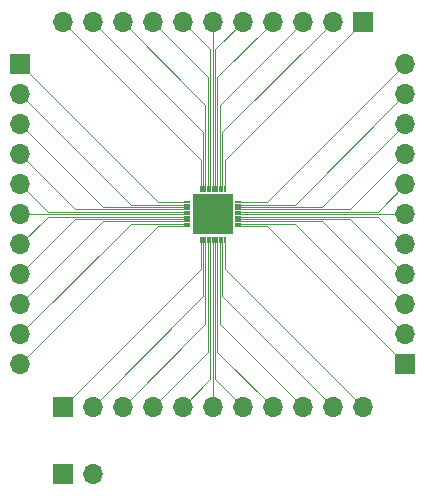
<source format=gbr>
%TF.GenerationSoftware,KiCad,Pcbnew,8.0.8*%
%TF.CreationDate,2025-02-10T18:58:52+09:00*%
%TF.ProjectId,OpenMPW-TR10,4f70656e-4d50-4572-9d54-5231302e6b69,rev?*%
%TF.SameCoordinates,Original*%
%TF.FileFunction,Copper,L1,Top*%
%TF.FilePolarity,Positive*%
%FSLAX46Y46*%
G04 Gerber Fmt 4.6, Leading zero omitted, Abs format (unit mm)*
G04 Created by KiCad (PCBNEW 8.0.8) date 2025-02-10 18:58:52*
%MOMM*%
%LPD*%
G01*
G04 APERTURE LIST*
%TA.AperFunction,SMDPad,CuDef*%
%ADD10O,0.101600X0.648400*%
%TD*%
%TA.AperFunction,SMDPad,CuDef*%
%ADD11O,0.648400X0.101600*%
%TD*%
%TA.AperFunction,SMDPad,CuDef*%
%ADD12R,3.500000X3.500000*%
%TD*%
%TA.AperFunction,ComponentPad*%
%ADD13R,1.700000X1.700000*%
%TD*%
%TA.AperFunction,ComponentPad*%
%ADD14O,1.700000X1.700000*%
%TD*%
%TA.AperFunction,ViaPad*%
%ADD15C,0.600000*%
%TD*%
%TA.AperFunction,Conductor*%
%ADD16C,0.101600*%
%TD*%
G04 APERTURE END LIST*
D10*
%TO.P,U1,1*%
%TO.N,Net-(J1-Pin_1)*%
X148984000Y-102175800D03*
%TO.P,U1,2*%
%TO.N,Net-(J1-Pin_2)*%
X149187200Y-102175800D03*
%TO.P,U1,3*%
%TO.N,Net-(J1-Pin_3)*%
X149390400Y-102175800D03*
%TO.P,U1,4*%
%TO.N,Net-(J1-Pin_4)*%
X149593600Y-102175800D03*
%TO.P,U1,5*%
%TO.N,Net-(J1-Pin_5)*%
X149796800Y-102175800D03*
%TO.P,U1,6*%
%TO.N,Net-(J1-Pin_6)*%
X150000000Y-102175800D03*
%TO.P,U1,7*%
%TO.N,Net-(J1-Pin_7)*%
X150203200Y-102175800D03*
%TO.P,U1,8*%
%TO.N,Net-(J1-Pin_8)*%
X150406400Y-102175800D03*
%TO.P,U1,9*%
%TO.N,Net-(J1-Pin_9)*%
X150609600Y-102175800D03*
%TO.P,U1,10*%
%TO.N,Net-(J1-Pin_10)*%
X150812800Y-102175800D03*
%TO.P,U1,11*%
%TO.N,Net-(J1-Pin_11)*%
X151016000Y-102175800D03*
D11*
%TO.P,U1,12*%
%TO.N,Net-(J2-Pin_1)*%
X152175800Y-101016000D03*
%TO.P,U1,13*%
%TO.N,Net-(J2-Pin_2)*%
X152175800Y-100812800D03*
%TO.P,U1,14*%
%TO.N,Net-(J2-Pin_3)*%
X152175800Y-100609600D03*
%TO.P,U1,15*%
%TO.N,Net-(J2-Pin_4)*%
X152175800Y-100406400D03*
%TO.P,U1,16*%
%TO.N,Net-(J2-Pin_5)*%
X152175800Y-100203200D03*
%TO.P,U1,17*%
%TO.N,Net-(J2-Pin_6)*%
X152175800Y-100000000D03*
%TO.P,U1,18*%
%TO.N,Net-(J2-Pin_7)*%
X152175800Y-99796800D03*
%TO.P,U1,19*%
%TO.N,Net-(J2-Pin_8)*%
X152175800Y-99593600D03*
%TO.P,U1,20*%
%TO.N,Net-(J2-Pin_9)*%
X152175800Y-99390400D03*
%TO.P,U1,21*%
%TO.N,Net-(J2-Pin_10)*%
X152175800Y-99187200D03*
%TO.P,U1,22*%
%TO.N,Net-(J2-Pin_11)*%
X152175800Y-98984000D03*
D10*
%TO.P,U1,23*%
%TO.N,Net-(J3-Pin_1)*%
X151016000Y-97824200D03*
%TO.P,U1,24*%
%TO.N,Net-(J3-Pin_2)*%
X150812800Y-97824200D03*
%TO.P,U1,25*%
%TO.N,Net-(J3-Pin_3)*%
X150609600Y-97824200D03*
%TO.P,U1,26*%
%TO.N,Net-(J3-Pin_4)*%
X150406400Y-97824200D03*
%TO.P,U1,27*%
%TO.N,Net-(J3-Pin_5)*%
X150203200Y-97824200D03*
%TO.P,U1,28*%
%TO.N,Net-(J3-Pin_6)*%
X150000000Y-97824200D03*
%TO.P,U1,29*%
%TO.N,Net-(J3-Pin_7)*%
X149796800Y-97824200D03*
%TO.P,U1,30*%
%TO.N,Net-(J3-Pin_8)*%
X149593600Y-97824200D03*
%TO.P,U1,31*%
%TO.N,Net-(J3-Pin_9)*%
X149390400Y-97824200D03*
%TO.P,U1,32*%
%TO.N,Net-(J3-Pin_10)*%
X149187200Y-97824200D03*
%TO.P,U1,33*%
%TO.N,Net-(J3-Pin_11)*%
X148984000Y-97824200D03*
D11*
%TO.P,U1,34*%
%TO.N,Net-(J4-Pin_1)*%
X147824200Y-98984000D03*
%TO.P,U1,35*%
%TO.N,Net-(J4-Pin_2)*%
X147824200Y-99187200D03*
%TO.P,U1,36*%
%TO.N,Net-(J4-Pin_3)*%
X147824200Y-99390400D03*
%TO.P,U1,37*%
%TO.N,Net-(J4-Pin_4)*%
X147824200Y-99593600D03*
%TO.P,U1,38*%
%TO.N,Net-(J4-Pin_5)*%
X147824200Y-99796800D03*
%TO.P,U1,39*%
%TO.N,Net-(J4-Pin_6)*%
X147824200Y-100000000D03*
%TO.P,U1,40*%
%TO.N,Net-(J4-Pin_7)*%
X147824200Y-100203200D03*
%TO.P,U1,41*%
%TO.N,Net-(J4-Pin_8)*%
X147824200Y-100406400D03*
%TO.P,U1,42*%
%TO.N,Net-(J4-Pin_9)*%
X147824200Y-100609600D03*
%TO.P,U1,43*%
%TO.N,Net-(J4-Pin_10)*%
X147824200Y-100812800D03*
%TO.P,U1,44*%
%TO.N,Net-(J4-Pin_11)*%
X147824200Y-101016000D03*
D12*
%TO.P,U1,45*%
%TO.N,Net-(J5-Pin_1)*%
X150000000Y-100000000D03*
%TD*%
D13*
%TO.P,J5,1,Pin_1*%
%TO.N,Net-(J5-Pin_1)*%
X137300000Y-122000000D03*
D14*
%TO.P,J5,2,Pin_2*%
X139840000Y-122000000D03*
%TD*%
D13*
%TO.P,J4,1,Pin_1*%
%TO.N,Net-(J4-Pin_1)*%
X133700000Y-87300000D03*
D14*
%TO.P,J4,2,Pin_2*%
%TO.N,Net-(J4-Pin_2)*%
X133700000Y-89840000D03*
%TO.P,J4,3,Pin_3*%
%TO.N,Net-(J4-Pin_3)*%
X133700000Y-92380000D03*
%TO.P,J4,4,Pin_4*%
%TO.N,Net-(J4-Pin_4)*%
X133700000Y-94920000D03*
%TO.P,J4,5,Pin_5*%
%TO.N,Net-(J4-Pin_5)*%
X133700000Y-97460000D03*
%TO.P,J4,6,Pin_6*%
%TO.N,Net-(J4-Pin_6)*%
X133700000Y-100000000D03*
%TO.P,J4,7,Pin_7*%
%TO.N,Net-(J4-Pin_7)*%
X133700000Y-102540000D03*
%TO.P,J4,8,Pin_8*%
%TO.N,Net-(J4-Pin_8)*%
X133700000Y-105080000D03*
%TO.P,J4,9,Pin_9*%
%TO.N,Net-(J4-Pin_9)*%
X133700000Y-107620000D03*
%TO.P,J4,10,Pin_10*%
%TO.N,Net-(J4-Pin_10)*%
X133700000Y-110160000D03*
%TO.P,J4,11,Pin_11*%
%TO.N,Net-(J4-Pin_11)*%
X133700000Y-112700000D03*
%TD*%
D13*
%TO.P,J2,1,Pin_1*%
%TO.N,Net-(J2-Pin_1)*%
X166300000Y-112700000D03*
D14*
%TO.P,J2,2,Pin_2*%
%TO.N,Net-(J2-Pin_2)*%
X166300000Y-110160000D03*
%TO.P,J2,3,Pin_3*%
%TO.N,Net-(J2-Pin_3)*%
X166300000Y-107620000D03*
%TO.P,J2,4,Pin_4*%
%TO.N,Net-(J2-Pin_4)*%
X166300000Y-105080000D03*
%TO.P,J2,5,Pin_5*%
%TO.N,Net-(J2-Pin_5)*%
X166300000Y-102540000D03*
%TO.P,J2,6,Pin_6*%
%TO.N,Net-(J2-Pin_6)*%
X166300000Y-100000000D03*
%TO.P,J2,7,Pin_7*%
%TO.N,Net-(J2-Pin_7)*%
X166300000Y-97460000D03*
%TO.P,J2,8,Pin_8*%
%TO.N,Net-(J2-Pin_8)*%
X166300000Y-94920000D03*
%TO.P,J2,9,Pin_9*%
%TO.N,Net-(J2-Pin_9)*%
X166300000Y-92380000D03*
%TO.P,J2,10,Pin_10*%
%TO.N,Net-(J2-Pin_10)*%
X166300000Y-89840000D03*
%TO.P,J2,11,Pin_11*%
%TO.N,Net-(J2-Pin_11)*%
X166300000Y-87300000D03*
%TD*%
D13*
%TO.P,J3,1,Pin_1*%
%TO.N,Net-(J3-Pin_1)*%
X162700000Y-83700000D03*
D14*
%TO.P,J3,2,Pin_2*%
%TO.N,Net-(J3-Pin_2)*%
X160160000Y-83700000D03*
%TO.P,J3,3,Pin_3*%
%TO.N,Net-(J3-Pin_3)*%
X157620000Y-83700000D03*
%TO.P,J3,4,Pin_4*%
%TO.N,Net-(J3-Pin_4)*%
X155080000Y-83700000D03*
%TO.P,J3,5,Pin_5*%
%TO.N,Net-(J3-Pin_5)*%
X152540000Y-83700000D03*
%TO.P,J3,6,Pin_6*%
%TO.N,Net-(J3-Pin_6)*%
X150000000Y-83700000D03*
%TO.P,J3,7,Pin_7*%
%TO.N,Net-(J3-Pin_7)*%
X147460000Y-83700000D03*
%TO.P,J3,8,Pin_8*%
%TO.N,Net-(J3-Pin_8)*%
X144920000Y-83700000D03*
%TO.P,J3,9,Pin_9*%
%TO.N,Net-(J3-Pin_9)*%
X142380000Y-83700000D03*
%TO.P,J3,10,Pin_10*%
%TO.N,Net-(J3-Pin_10)*%
X139840000Y-83700000D03*
%TO.P,J3,11,Pin_11*%
%TO.N,Net-(J3-Pin_11)*%
X137300000Y-83700000D03*
%TD*%
D13*
%TO.P,J1,1,Pin_1*%
%TO.N,Net-(J1-Pin_1)*%
X137300000Y-116300000D03*
D14*
%TO.P,J1,2,Pin_2*%
%TO.N,Net-(J1-Pin_2)*%
X139840000Y-116300000D03*
%TO.P,J1,3,Pin_3*%
%TO.N,Net-(J1-Pin_3)*%
X142380000Y-116300000D03*
%TO.P,J1,4,Pin_4*%
%TO.N,Net-(J1-Pin_4)*%
X144920000Y-116300000D03*
%TO.P,J1,5,Pin_5*%
%TO.N,Net-(J1-Pin_5)*%
X147460000Y-116300000D03*
%TO.P,J1,6,Pin_6*%
%TO.N,Net-(J1-Pin_6)*%
X150000000Y-116300000D03*
%TO.P,J1,7,Pin_7*%
%TO.N,Net-(J1-Pin_7)*%
X152540000Y-116300000D03*
%TO.P,J1,8,Pin_8*%
%TO.N,Net-(J1-Pin_8)*%
X155080000Y-116300000D03*
%TO.P,J1,9,Pin_9*%
%TO.N,Net-(J1-Pin_9)*%
X157620000Y-116300000D03*
%TO.P,J1,10,Pin_10*%
%TO.N,Net-(J1-Pin_10)*%
X160160000Y-116300000D03*
%TO.P,J1,11,Pin_11*%
%TO.N,Net-(J1-Pin_11)*%
X162700000Y-116300000D03*
%TD*%
D15*
%TO.N,Net-(J5-Pin_1)*%
X150000000Y-100000000D03*
%TD*%
D16*
%TO.N,Net-(J4-Pin_11)*%
X145384000Y-101016000D02*
X133700000Y-112700000D01*
X147824200Y-101016000D02*
X145384000Y-101016000D01*
%TO.N,Net-(J4-Pin_10)*%
X143047200Y-100812800D02*
X133700000Y-110160000D01*
X147824200Y-100812800D02*
X143047200Y-100812800D01*
%TO.N,Net-(J4-Pin_9)*%
X147824200Y-100609600D02*
X140710400Y-100609600D01*
X140710400Y-100609600D02*
X133700000Y-107620000D01*
%TO.N,Net-(J4-Pin_8)*%
X147824200Y-100406400D02*
X138373600Y-100406400D01*
X138373600Y-100406400D02*
X133700000Y-105080000D01*
%TO.N,Net-(J4-Pin_7)*%
X136036800Y-100203200D02*
X133700000Y-102540000D01*
X147824200Y-100203200D02*
X136036800Y-100203200D01*
%TO.N,Net-(J4-Pin_6)*%
X147824200Y-100000000D02*
X133700000Y-100000000D01*
%TO.N,Net-(J4-Pin_5)*%
X136036800Y-99796800D02*
X133700000Y-97460000D01*
X147824200Y-99796800D02*
X136036800Y-99796800D01*
%TO.N,Net-(J4-Pin_4)*%
X138373600Y-99593600D02*
X133700000Y-94920000D01*
X147824200Y-99593600D02*
X138373600Y-99593600D01*
%TO.N,Net-(J4-Pin_3)*%
X140710400Y-99390400D02*
X133700000Y-92380000D01*
X147824200Y-99390400D02*
X140710400Y-99390400D01*
%TO.N,Net-(J4-Pin_2)*%
X143047200Y-99187200D02*
X133700000Y-89840000D01*
X147824200Y-99187200D02*
X143047200Y-99187200D01*
%TO.N,Net-(J4-Pin_1)*%
X145384000Y-98984000D02*
X133700000Y-87300000D01*
X147824200Y-98984000D02*
X145384000Y-98984000D01*
%TO.N,Net-(J3-Pin_11)*%
X148984000Y-95384000D02*
X137300000Y-83700000D01*
X148984000Y-97824200D02*
X148984000Y-95384000D01*
%TO.N,Net-(J3-Pin_10)*%
X149187200Y-93047200D02*
X139840000Y-83700000D01*
X149187200Y-97824200D02*
X149187200Y-93047200D01*
%TO.N,Net-(J3-Pin_9)*%
X149390400Y-90710400D02*
X142380000Y-83700000D01*
X149390400Y-97824200D02*
X149390400Y-90710400D01*
%TO.N,Net-(J3-Pin_8)*%
X149593600Y-88373600D02*
X144920000Y-83700000D01*
X149593600Y-97824200D02*
X149593600Y-88373600D01*
%TO.N,Net-(J3-Pin_7)*%
X149796800Y-97824200D02*
X149796800Y-86036800D01*
X149796800Y-86036800D02*
X147460000Y-83700000D01*
%TO.N,Net-(J3-Pin_6)*%
X150000000Y-97824200D02*
X150000000Y-83700000D01*
%TO.N,Net-(J3-Pin_5)*%
X150203200Y-86036800D02*
X152540000Y-83700000D01*
X150203200Y-97824200D02*
X150203200Y-86036800D01*
%TO.N,Net-(J3-Pin_4)*%
X150406400Y-88373600D02*
X155080000Y-83700000D01*
X150406400Y-97824200D02*
X150406400Y-88373600D01*
%TO.N,Net-(J3-Pin_3)*%
X150609600Y-90710400D02*
X157620000Y-83700000D01*
X150609600Y-97824200D02*
X150609600Y-90710400D01*
%TO.N,Net-(J3-Pin_2)*%
X150812800Y-93047200D02*
X160160000Y-83700000D01*
X150812800Y-97824200D02*
X150812800Y-93047200D01*
%TO.N,Net-(J3-Pin_1)*%
X151016000Y-95384000D02*
X162700000Y-83700000D01*
X151016000Y-97824200D02*
X151016000Y-95384000D01*
%TO.N,Net-(J2-Pin_11)*%
X154616000Y-98984000D02*
X166300000Y-87300000D01*
X152175800Y-98984000D02*
X154616000Y-98984000D01*
%TO.N,Net-(J2-Pin_10)*%
X156952800Y-99187200D02*
X166300000Y-89840000D01*
X152175800Y-99187200D02*
X156952800Y-99187200D01*
%TO.N,Net-(J2-Pin_9)*%
X152175800Y-99390400D02*
X159289600Y-99390400D01*
X159289600Y-99390400D02*
X166300000Y-92380000D01*
%TO.N,Net-(J2-Pin_8)*%
X161626400Y-99593600D02*
X166300000Y-94920000D01*
X152175800Y-99593600D02*
X161626400Y-99593600D01*
%TO.N,Net-(J2-Pin_7)*%
X163963200Y-99796800D02*
X166300000Y-97460000D01*
X152175800Y-99796800D02*
X163963200Y-99796800D01*
%TO.N,Net-(J2-Pin_6)*%
X152175800Y-100000000D02*
X166300000Y-100000000D01*
%TO.N,Net-(J2-Pin_5)*%
X152175800Y-100203200D02*
X163963200Y-100203200D01*
X163963200Y-100203200D02*
X166300000Y-102540000D01*
%TO.N,Net-(J2-Pin_4)*%
X161626400Y-100406400D02*
X166300000Y-105080000D01*
X152175800Y-100406400D02*
X161626400Y-100406400D01*
%TO.N,Net-(J2-Pin_3)*%
X152175800Y-100609600D02*
X159289600Y-100609600D01*
X159289600Y-100609600D02*
X166300000Y-107620000D01*
%TO.N,Net-(J2-Pin_2)*%
X156952800Y-100812800D02*
X166300000Y-110160000D01*
X152175800Y-100812800D02*
X156952800Y-100812800D01*
%TO.N,Net-(J2-Pin_1)*%
X152175800Y-101016000D02*
X154616000Y-101016000D01*
X154616000Y-101016000D02*
X166300000Y-112700000D01*
%TO.N,Net-(J1-Pin_11)*%
X151016000Y-104616000D02*
X162700000Y-116300000D01*
X151016000Y-102175800D02*
X151016000Y-104616000D01*
%TO.N,Net-(J1-Pin_10)*%
X150812800Y-106952800D02*
X160160000Y-116300000D01*
X150812800Y-102175800D02*
X150812800Y-106952800D01*
%TO.N,Net-(J1-Pin_9)*%
X150609600Y-109289600D02*
X157620000Y-116300000D01*
X150609600Y-102175800D02*
X150609600Y-109289600D01*
%TO.N,Net-(J1-Pin_8)*%
X150406400Y-111626400D02*
X155080000Y-116300000D01*
X150406400Y-102175800D02*
X150406400Y-111626400D01*
%TO.N,Net-(J1-Pin_7)*%
X150203200Y-113963200D02*
X152540000Y-116300000D01*
X150203200Y-102175800D02*
X150203200Y-113963200D01*
%TO.N,Net-(J1-Pin_6)*%
X150000000Y-102175800D02*
X150000000Y-116300000D01*
%TO.N,Net-(J1-Pin_5)*%
X149796800Y-113963200D02*
X147460000Y-116300000D01*
X149796800Y-102175800D02*
X149796800Y-113963200D01*
%TO.N,Net-(J1-Pin_4)*%
X149593600Y-111626400D02*
X144920000Y-116300000D01*
X149593600Y-102175800D02*
X149593600Y-111626400D01*
%TO.N,Net-(J1-Pin_3)*%
X149390400Y-109289600D02*
X142380000Y-116300000D01*
X149390400Y-102175800D02*
X149390400Y-109289600D01*
%TO.N,Net-(J1-Pin_2)*%
X149187200Y-106952800D02*
X139840000Y-116300000D01*
X149187200Y-102175800D02*
X149187200Y-106952800D01*
%TO.N,Net-(J1-Pin_1)*%
X148984000Y-104616000D02*
X137300000Y-116300000D01*
X148984000Y-102175800D02*
X148984000Y-104616000D01*
%TD*%
M02*

</source>
